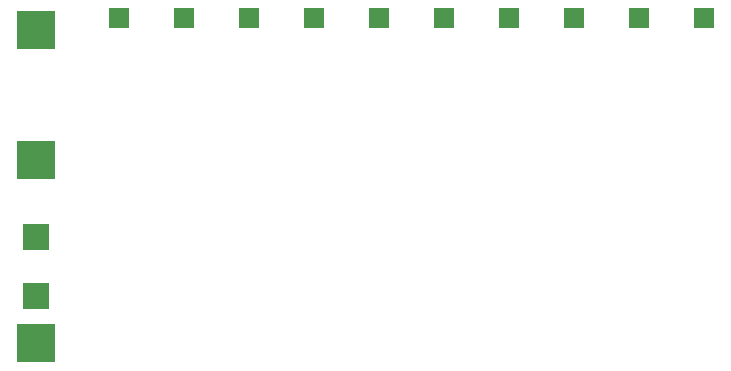
<source format=gbs>
G04*
G04 #@! TF.GenerationSoftware,Altium Limited,Altium Designer,18.1.7 (191)*
G04*
G04 Layer_Color=16711935*
%FSLAX44Y44*%
%MOMM*%
G71*
G01*
G75*
%ADD17R,2.2032X2.2032*%
%ADD18R,3.2032X3.2032*%
%ADD19R,1.7032X1.7032*%
D17*
X1220000Y1360000D02*
D03*
Y1310000D02*
D03*
D18*
Y1535000D02*
D03*
Y1425000D02*
D03*
Y1270000D02*
D03*
D19*
X1785000Y1545000D02*
D03*
X1730000D02*
D03*
X1675000D02*
D03*
X1620000D02*
D03*
X1565000D02*
D03*
X1510000D02*
D03*
X1455000D02*
D03*
X1290000D02*
D03*
X1400000D02*
D03*
X1345000D02*
D03*
M02*

</source>
